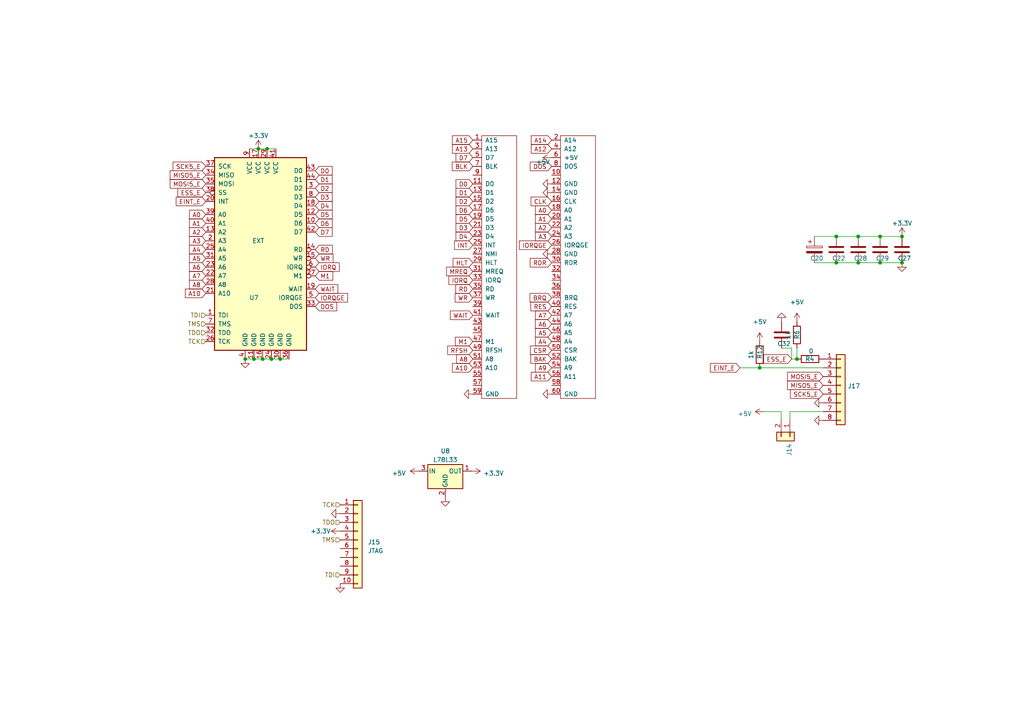
<source format=kicad_sch>
(kicad_sch (version 20230121) (generator eeschema)
  (paper "A4")
  (lib_symbols
    (symbol "Connector_Generic:Conn_01x02" (pin_names (offset 1.016) hide)
      (property "Reference" "J" (at 0 2.54 0))
      (property "Value" "Conn_01x02" (at 0 -5.08 0))
      (symbol "Conn_01x02_1_1"
        (rectangle (start -1.27 -2.413) (end 0 -2.667) (stroke (width 0.1524)))
        (rectangle (start -1.27 0.127) (end 0 -0.127) (stroke (width 0.1524)))
        (rectangle (start -1.27 1.27) (end 1.27 -3.81) (stroke (width 0.254)) (fill (type background)))
        (pin passive line (at -5.08 0 0) (length 3.81) (name "Pin_1") (number "1"))
        (pin passive line (at -5.08 -2.54 0) (length 3.81) (name "Pin_2") (number "2"))
      )
    )
    (symbol "Connector_Generic:Conn_01x08" (pin_names (offset 1.016) hide)
      (property "Reference" "J" (at 0 10.16 0))
      (property "Value" "Conn_01x08" (at 0 -12.7 0))
      (symbol "Conn_01x08_1_1"
        (rectangle (start -1.27 -10.033) (end 0 -10.287) (stroke (width 0.1524)))
        (rectangle (start -1.27 -7.493) (end 0 -7.747) (stroke (width 0.1524)))
        (rectangle (start -1.27 -4.953) (end 0 -5.207) (stroke (width 0.1524)))
        (rectangle (start -1.27 -2.413) (end 0 -2.667) (stroke (width 0.1524)))
        (rectangle (start -1.27 0.127) (end 0 -0.127) (stroke (width 0.1524)))
        (rectangle (start -1.27 2.667) (end 0 2.413) (stroke (width 0.1524)))
        (rectangle (start -1.27 5.207) (end 0 4.953) (stroke (width 0.1524)))
        (rectangle (start -1.27 7.747) (end 0 7.493) (stroke (width 0.1524)))
        (rectangle (start -1.27 8.89) (end 1.27 -11.43) (stroke (width 0.254)) (fill (type background)))
        (pin passive line (at -5.08 7.62 0) (length 3.81) (name "Pin_1") (number "1"))
        (pin passive line (at -5.08 5.08 0) (length 3.81) (name "Pin_2") (number "2"))
        (pin passive line (at -5.08 2.54 0) (length 3.81) (name "Pin_3") (number "3"))
        (pin passive line (at -5.08 0 0) (length 3.81) (name "Pin_4") (number "4"))
        (pin passive line (at -5.08 -2.54 0) (length 3.81) (name "Pin_5") (number "5"))
        (pin passive line (at -5.08 -5.08 0) (length 3.81) (name "Pin_6") (number "6"))
        (pin passive line (at -5.08 -7.62 0) (length 3.81) (name "Pin_7") (number "7"))
        (pin passive line (at -5.08 -10.16 0) (length 3.81) (name "Pin_8") (number "8"))
      )
    )
    (symbol "Connector_Generic:Conn_01x10" (pin_names (offset 1.016) hide)
      (property "Reference" "J" (at 0 12.7 0))
      (property "Value" "Conn_01x10" (at 0 -15.24 0))
      (symbol "Conn_01x10_1_1"
        (rectangle (start -1.27 -12.573) (end 0 -12.827) (stroke (width 0.1524)))
        (rectangle (start -1.27 -10.033) (end 0 -10.287) (stroke (width 0.1524)))
        (rectangle (start -1.27 -7.493) (end 0 -7.747) (stroke (width 0.1524)))
        (rectangle (start -1.27 -4.953) (end 0 -5.207) (stroke (width 0.1524)))
        (rectangle (start -1.27 -2.413) (end 0 -2.667) (stroke (width 0.1524)))
        (rectangle (start -1.27 0.127) (end 0 -0.127) (stroke (width 0.1524)))
        (rectangle (start -1.27 2.667) (end 0 2.413) (stroke (width 0.1524)))
        (rectangle (start -1.27 5.207) (end 0 4.953) (stroke (width 0.1524)))
        (rectangle (start -1.27 7.747) (end 0 7.493) (stroke (width 0.1524)))
        (rectangle (start -1.27 10.287) (end 0 10.033) (stroke (width 0.1524)))
        (rectangle (start -1.27 11.43) (end 1.27 -13.97) (stroke (width 0.254)) (fill (type background)))
        (pin passive line (at -5.08 10.16 0) (length 3.81) (name "Pin_1") (number "1"))
        (pin passive line (at -5.08 -12.7 0) (length 3.81) (name "Pin_10") (number "10"))
        (pin passive line (at -5.08 7.62 0) (length 3.81) (name "Pin_2") (number "2"))
        (pin passive line (at -5.08 5.08 0) (length 3.81) (name "Pin_3") (number "3"))
        (pin passive line (at -5.08 2.54 0) (length 3.81) (name "Pin_4") (number "4"))
        (pin passive line (at -5.08 0 0) (length 3.81) (name "Pin_5") (number "5"))
        (pin passive line (at -5.08 -2.54 0) (length 3.81) (name "Pin_6") (number "6"))
        (pin passive line (at -5.08 -5.08 0) (length 3.81) (name "Pin_7") (number "7"))
        (pin passive line (at -5.08 -7.62 0) (length 3.81) (name "Pin_8") (number "8"))
        (pin passive line (at -5.08 -10.16 0) (length 3.81) (name "Pin_9") (number "9"))
      )
    )
    (symbol "Device:C" (pin_numbers hide) (pin_names (offset 0.254))
      (property "Reference" "C" (at 0.635 2.54 0))
      (property "Value" "C" (at 0.635 -2.54 0))
      (symbol "C_0_1"
        (polyline (pts (xy -2.032 -0.762) (xy 2.032 -0.762)) (stroke (width 0.508)))
        (polyline (pts (xy -2.032 0.762) (xy 2.032 0.762)) (stroke (width 0.508)))
      )
      (symbol "C_1_1"
        (pin passive line (at 0 3.81 270) (length 2.794) (name "~") (number "1"))
        (pin passive line (at 0 -3.81 90) (length 2.794) (name "~") (number "2"))
      )
    )
    (symbol "Device:C_Polarized" (pin_numbers hide) (pin_names (offset 0.254))
      (property "Reference" "C" (at 0.635 2.54 0))
      (property "Value" "C_Polarized" (at 0.635 -2.54 0))
      (symbol "C_Polarized_0_1"
        (rectangle (start -2.286 0.508) (end 2.286 1.016))
        (polyline (pts (xy -1.778 2.286) (xy -0.762 2.286)))
        (polyline (pts (xy -1.27 2.794) (xy -1.27 1.778)))
        (rectangle (start 2.286 -0.508) (end -2.286 -1.016) (fill (type outline)))
      )
      (symbol "C_Polarized_1_1"
        (pin passive line (at 0 3.81 270) (length 2.794) (name "~") (number "1"))
        (pin passive line (at 0 -3.81 90) (length 2.794) (name "~") (number "2"))
      )
    )
    (symbol "Device:R" (pin_numbers hide) (pin_names (offset 0))
      (property "Reference" "R" (at 2.032 0 90))
      (property "Value" "R" (at 0 0 90))
      (symbol "R_0_1"
        (rectangle (start -1.016 -2.54) (end 1.016 2.54) (stroke (width 0.254)))
      )
      (symbol "R_1_1"
        (pin passive line (at 0 3.81 270) (length 1.27) (name "~") (number "1"))
        (pin passive line (at 0 -3.81 90) (length 1.27) (name "~") (number "2"))
      )
    )
    (symbol "Regulator_Linear:L78L33_SOT89" (pin_names (offset 0.254))
      (property "Reference" "U" (at -3.81 3.175 0))
      (property "Value" "L78L33_SOT89" (at -0.635 3.175 0))
      (symbol "L78L33_SOT89_0_1"
        (rectangle (start -5.08 1.905) (end 5.08 -5.08) (stroke (width 0.254)) (fill (type background)))
      )
      (symbol "L78L33_SOT89_1_1"
        (pin power_out line (at 7.62 0 180) (length 2.54) (name "OUT") (number "1"))
        (pin power_in line (at 0 -7.62 90) (length 2.54) (name "GND") (number "2"))
        (pin power_in line (at -7.62 0 0) (length 2.54) (name "IN") (number "3"))
      )
    )
    (symbol "power:+3.3V" (power) (pin_names (offset 0))
      (property "Value" "+3.3V" (at 0 3.556 0))
      (symbol "+3.3V_0_1"
        (polyline (pts (xy -0.762 1.27) (xy 0 2.54)))
        (polyline (pts (xy 0 0) (xy 0 2.54)))
        (polyline (pts (xy 0 2.54) (xy 0.762 1.27)))
      )
      (symbol "+3.3V_1_1"
        (pin power_in line (at 0 0 90) (length 0) hide (name "+3.3V") (number "1"))
      )
    )
    (symbol "power:+5V" (power) (pin_names (offset 0))
      (property "Value" "+5V" (at 0 3.556 0))
      (symbol "+5V_0_1"
        (polyline (pts (xy -0.762 1.27) (xy 0 2.54)))
        (polyline (pts (xy 0 0) (xy 0 2.54)))
        (polyline (pts (xy 0 2.54) (xy 0.762 1.27)))
      )
      (symbol "+5V_1_1"
        (pin power_in line (at 0 0 90) (length 0) hide (name "+5V") (number "1"))
      )
    )
    (symbol "power:GND" (power) (pin_names (offset 0))
      (property "Value" "GND" (at 0 -3.81 0))
      (symbol "GND_0_1"
        (polyline (pts (xy 0 0) (xy 0 -1.27) (xy 1.27 -1.27) (xy 0 -2.54) (xy -1.27 -1.27) (xy 0 -1.27)))
      )
      (symbol "GND_1_1"
        (pin power_in line (at 0 0 270) (length 0) hide (name "GND") (number "1"))
      )
    )
    (symbol "psk:ExtHub" (pin_names (offset 1.016))
      (property "Reference" "U7" (at -1.27 -17.78 0))
      (property "Value" "ExtHub" (at 0 -1.27 0))
      (symbol "ExtHub_0_1"
        (rectangle (start -12.7 22.86) (end 13.97 -33.02) (stroke (width 0.3048)) (fill (type background)))
      )
      (symbol "ExtHub_1_1"
        (pin input line (at -15.24 -22.86 0) (length 2.54) (name "TDI") (number "1"))
        (pin bidirectional line (at 16.51 3.81 180) (length 2.54) (name "D6") (number "10"))
        (pin power_in line (at -1.27 -35.56 90) (length 2.54) (name "GND") (number "11"))
        (pin bidirectional line (at 16.51 6.35 180) (length 2.54) (name "D5") (number "12"))
        (pin input line (at -15.24 1.27 0) (length 2.54) (name "A2") (number "13"))
        (pin input inverted (at 16.51 -3.81 180) (length 2.54) (name "RD") (number "14"))
        (pin input inverted (at 16.51 -6.35 180) (length 2.54) (name "WR") (number "15"))
        (pin power_in line (at 1.27 -35.56 90) (length 2.54) (name "GND") (number "16"))
        (pin power_in line (at 0 25.4 270) (length 2.54) (name "VCC") (number "17"))
        (pin bidirectional line (at 16.51 8.89 180) (length 2.54) (name "D4") (number "18"))
        (pin output line (at 16.51 -15.24 180) (length 2.54) (name "WAIT") (number "19"))
        (pin input line (at -15.24 -1.27 0) (length 2.54) (name "A3") (number "2"))
        (pin output line (at -15.24 10.16 0) (length 2.54) (name "INT") (number "20"))
        (pin input line (at -15.24 -16.51 0) (length 2.54) (name "A10") (number "21"))
        (pin input line (at -15.24 -11.43 0) (length 2.54) (name "A7") (number "22"))
        (pin input line (at -15.24 -8.89 0) (length 2.54) (name "A6") (number "23"))
        (pin power_in line (at 3.81 -35.56 90) (length 2.54) (name "GND") (number "24"))
        (pin input line (at -15.24 -3.81 0) (length 2.54) (name "A4") (number "25"))
        (pin input line (at -15.24 -30.48 0) (length 2.54) (name "TCK") (number "26"))
        (pin input inverted (at 16.51 -11.43 180) (length 2.54) (name "M1") (number "27"))
        (pin input line (at -15.24 -13.97 0) (length 2.54) (name "A8") (number "28"))
        (pin power_in line (at 2.54 25.4 270) (length 2.54) (name "VCC") (number "29"))
        (pin bidirectional line (at 16.51 13.97 180) (length 2.54) (name "D2") (number "3"))
        (pin power_in line (at 6.35 -35.56 90) (length 2.54) (name "GND") (number "30"))
        (pin input line (at -15.24 -6.35 0) (length 2.54) (name "A5") (number "31"))
        (pin input line (at -15.24 -27.94 0) (length 2.54) (name "TDO") (number "32"))
        (pin input line (at 16.51 -20.32 180) (length 2.54) (name "DOS") (number "33"))
        (pin output line (at -15.24 17.78 0) (length 2.54) (name "MISO") (number "34"))
        (pin input line (at -15.24 15.24 0) (length 2.54) (name "MOSI") (number "35"))
        (pin power_in line (at 8.89 -35.56 90) (length 2.54) (name "GND") (number "36"))
        (pin input line (at -15.24 20.32 0) (length 2.54) (name "SCK") (number "37"))
        (pin input inverted (at -15.24 12.7 0) (length 2.54) (name "SS") (number "38"))
        (pin input line (at -15.24 6.35 0) (length 2.54) (name "A0") (number "39"))
        (pin power_in line (at -3.81 -35.56 90) (length 2.54) (name "GND") (number "4"))
        (pin input line (at -15.24 3.81 0) (length 2.54) (name "A1") (number "40"))
        (pin power_in line (at 5.08 25.4 270) (length 2.54) (name "VCC") (number "41"))
        (pin bidirectional line (at 16.51 1.27 180) (length 2.54) (name "D7") (number "42"))
        (pin bidirectional line (at 16.51 19.05 180) (length 2.54) (name "D0") (number "43"))
        (pin bidirectional line (at 16.51 16.51 180) (length 2.54) (name "D1") (number "44"))
        (pin output line (at 16.51 -17.78 180) (length 2.54) (name "IORQGE") (number "5"))
        (pin input inverted (at 16.51 -8.89 180) (length 2.54) (name "IORQ") (number "6"))
        (pin input line (at -15.24 -25.4 0) (length 2.54) (name "TMS") (number "7"))
        (pin bidirectional line (at 16.51 11.43 180) (length 2.54) (name "D3") (number "8"))
        (pin power_in line (at -2.54 25.4 270) (length 2.54) (name "VCC") (number "9"))
      )
    )
    (symbol "psk:ScorpionBusConnector" (pin_names (offset 1.016))
      (property "Reference" "X" (at 0 -2.54 0))
      (property "Value" "ScorpionBusConnector" (at 5.08 -40.64 0))
      (symbol "ScorpionBusConnector_0_1"
        (rectangle (start -10.16 44.45) (end 0 -31.75))
        (rectangle (start 12.7 44.45) (end 22.86 -31.75))
      )
      (symbol "ScorpionBusConnector_1_1"
        (pin input line (at -12.7 43.18 0) (length 2.54) (name "A15") (number "1"))
        (pin input line (at 10.16 33.02 0) (length 2.54) (name "~") (number "10"))
        (pin input line (at -12.7 30.48 0) (length 2.54) (name "D0") (number "11"))
        (pin input line (at 10.16 30.48 0) (length 2.54) (name "GND") (number "12"))
        (pin input line (at -12.7 27.94 0) (length 2.54) (name "D1") (number "13"))
        (pin input line (at 10.16 27.94 0) (length 2.54) (name "GND") (number "14"))
        (pin input line (at -12.7 25.4 0) (length 2.54) (name "D2") (number "15"))
        (pin input line (at 10.16 25.4 0) (length 2.54) (name "CLK") (number "16"))
        (pin input line (at -12.7 22.86 0) (length 2.54) (name "D6") (number "17"))
        (pin input line (at 10.16 22.86 0) (length 2.54) (name "A0") (number "18"))
        (pin input line (at -12.7 20.32 0) (length 2.54) (name "D5") (number "19"))
        (pin input line (at 10.16 43.18 0) (length 2.54) (name "A14") (number "2"))
        (pin input line (at 10.16 20.32 0) (length 2.54) (name "A1") (number "20"))
        (pin input line (at -12.7 17.78 0) (length 2.54) (name "D3") (number "21"))
        (pin input line (at 10.16 17.78 0) (length 2.54) (name "A2") (number "22"))
        (pin input line (at -12.7 15.24 0) (length 2.54) (name "D4") (number "23"))
        (pin input line (at 10.16 15.24 0) (length 2.54) (name "A3") (number "24"))
        (pin input line (at -12.7 12.7 0) (length 2.54) (name "INT") (number "25"))
        (pin input line (at 10.16 12.7 0) (length 2.54) (name "IORQGE") (number "26"))
        (pin input line (at -12.7 10.16 0) (length 2.54) (name "NMI") (number "27"))
        (pin input line (at 10.16 10.16 0) (length 2.54) (name "GND") (number "28"))
        (pin input line (at -12.7 7.62 0) (length 2.54) (name "HLT") (number "29"))
        (pin input line (at -12.7 40.64 0) (length 2.54) (name "A13") (number "3"))
        (pin input line (at 10.16 7.62 0) (length 2.54) (name "RDR") (number "30"))
        (pin input line (at -12.7 5.08 0) (length 2.54) (name "MREQ") (number "31"))
        (pin input line (at 10.16 5.08 0) (length 2.54) (name "~") (number "32"))
        (pin input line (at -12.7 2.54 0) (length 2.54) (name "IORQ") (number "33"))
        (pin input line (at 10.16 2.54 0) (length 2.54) (name "~") (number "34"))
        (pin input line (at -12.7 0 0) (length 2.54) (name "RD") (number "35"))
        (pin input line (at 10.16 0 0) (length 2.54) (name "~") (number "36"))
        (pin input line (at -12.7 -2.54 0) (length 2.54) (name "WR") (number "37"))
        (pin input line (at 10.16 -2.54 0) (length 2.54) (name "BRQ") (number "38"))
        (pin input line (at -12.7 -5.08 0) (length 2.54) (name "~") (number "39"))
        (pin input line (at 10.16 40.64 0) (length 2.54) (name "A12") (number "4"))
        (pin input line (at 10.16 -5.08 0) (length 2.54) (name "RES") (number "40"))
        (pin input line (at -12.7 -7.62 0) (length 2.54) (name "WAIT") (number "41"))
        (pin input line (at 10.16 -7.62 0) (length 2.54) (name "A7") (number "42"))
        (pin input line (at -12.7 -10.16 0) (length 2.54) (name "~") (number "43"))
        (pin input line (at 10.16 -10.16 0) (length 2.54) (name "A6") (number "44"))
        (pin input line (at -12.7 -12.7 0) (length 2.54) (name "~") (number "45"))
        (pin input line (at 10.16 -12.7 0) (length 2.54) (name "A5") (number "46"))
        (pin input line (at -12.7 -15.24 0) (length 2.54) (name "M1") (number "47"))
        (pin input line (at 10.16 -15.24 0) (length 2.54) (name "A4") (number "48"))
        (pin input line (at -12.7 -17.78 0) (length 2.54) (name "RFSH") (number "49"))
        (pin input line (at -12.7 38.1 0) (length 2.54) (name "D7") (number "5"))
        (pin input line (at 10.16 -17.78 0) (length 2.54) (name "CSR") (number "50"))
        (pin input line (at -12.7 -20.32 0) (length 2.54) (name "A8") (number "51"))
        (pin input line (at 10.16 -20.32 0) (length 2.54) (name "BAK") (number "52"))
        (pin input line (at -12.7 -22.86 0) (length 2.54) (name "A10") (number "53"))
        (pin input line (at 10.16 -22.86 0) (length 2.54) (name "A9") (number "54"))
        (pin input line (at -12.7 -25.4 0) (length 2.54) (name "~") (number "55"))
        (pin input line (at 10.16 -25.4 0) (length 2.54) (name "A11") (number "56"))
        (pin input line (at -12.7 -27.94 0) (length 2.54) (name "~") (number "57"))
        (pin input line (at 10.16 -27.94 0) (length 2.54) (name "~") (number "58"))
        (pin input line (at -12.7 -30.48 0) (length 2.54) (name "GND") (number "59"))
        (pin input line (at 10.16 38.1 0) (length 2.54) (name "+5V") (number "6"))
        (pin input line (at 10.16 -30.48 0) (length 2.54) (name "GND") (number "60"))
        (pin input line (at -12.7 35.56 0) (length 2.54) (name "BLK") (number "7"))
        (pin input line (at 10.16 35.56 0) (length 2.54) (name "DOS") (number "8"))
        (pin input line (at -12.7 33.02 0) (length 2.54) (name "~") (number "9"))
      )
    )
  )
  (junction (at 261.62 68.58))
  (junction (at 74.93 43.18))
  (junction (at 255.27 76.2))
  (junction (at 248.92 68.58))
  (junction (at 255.27 68.58))
  (junction (at 71.12 104.14))
  (junction (at 81.28 104.14))
  (junction (at 231.14 104.14))
  (junction (at 220.345 106.68))
  (junction (at 73.66 104.14))
  (junction (at 242.57 76.2))
  (junction (at 76.2 104.14))
  (junction (at 242.57 68.58))
  (junction (at 248.92 76.2))
  (junction (at 261.62 76.2))
  (junction (at 78.74 104.14))
  (junction (at 77.47 43.18))
  (wire (pts (xy 229.616 100.965) (xy 229.616 104.14)))
  (wire (pts (xy 242.57 68.58) (xy 248.92 68.58)))
  (wire (pts (xy 236.22 68.58) (xy 242.57 68.58)))
  (wire (pts (xy 248.92 68.58) (xy 255.27 68.58)))
  (wire (pts (xy 220.345 106.68) (xy 238.76 106.68)))
  (wire (pts (xy 255.27 76.2) (xy 261.62 76.2)))
  (wire (pts (xy 71.12 104.14) (xy 73.66 104.14)))
  (wire (pts (xy 242.57 76.2) (xy 248.92 76.2)))
  (wire (pts (xy 73.66 104.14) (xy 76.2 104.14)))
  (wire (pts (xy 74.93 43.18) (xy 72.39 43.18)))
  (wire (pts (xy 226.568 119.38) (xy 226.568 121.539)))
  (wire (pts (xy 80.01 43.18) (xy 77.47 43.18)))
  (wire (pts (xy 214.63 106.68) (xy 220.345 106.68)))
  (wire (pts (xy 78.74 104.14) (xy 81.28 104.14)))
  (wire (pts (xy 231.14 100.965) (xy 231.14 104.14)))
  (wire (pts (xy 221.615 119.38) (xy 226.568 119.38)))
  (wire (pts (xy 77.47 43.18) (xy 74.93 43.18)))
  (wire (pts (xy 76.2 104.14) (xy 78.74 104.14)))
  (wire (pts (xy 81.28 104.14) (xy 83.82 104.14)))
  (wire (pts (xy 229.108 119.38) (xy 229.108 121.539)))
  (wire (pts (xy 229.108 119.38) (xy 238.76 119.38)))
  (wire (pts (xy 229.616 100.965) (xy 226.695 100.965)))
  (wire (pts (xy 236.22 76.2) (xy 242.57 76.2)))
  (wire (pts (xy 255.27 68.58) (xy 261.62 68.58)))
  (wire (pts (xy 229.616 104.14) (xy 231.14 104.14)))
  (wire (pts (xy 248.92 76.2) (xy 255.27 76.2)))
  (global_label "WR" (shape input) (at 91.44 74.93 0) (property "Intersheetrefs" "${INTERSHEET_REFS}" (effects hide)))
  (global_label "EINT_E" (shape input) (at 214.63 106.68 180) (property "Intersheetrefs" "${INTERSHEET_REFS}" (effects hide)))
  (global_label "A6" (shape input) (at 59.69 77.47 180) (property "Intersheetrefs" "${INTERSHEET_REFS}" (effects hide)))
  (global_label "A3" (shape input) (at 59.69 69.85 180) (property "Intersheetrefs" "${INTERSHEET_REFS}" (effects hide)))
  (global_label "HLT" (shape input) (at 137.16 76.2 180) (property "Intersheetrefs" "${INTERSHEET_REFS}" (effects hide)))
  (global_label "D7" (shape input) (at 91.44 67.31 0) (property "Intersheetrefs" "${INTERSHEET_REFS}" (effects hide)))
  (global_label "WAIT" (shape input) (at 91.44 83.82 0) (property "Intersheetrefs" "${INTERSHEET_REFS}" (effects hide)))
  (global_label "A1" (shape input) (at 160.02 63.5 180) (property "Intersheetrefs" "${INTERSHEET_REFS}" (effects hide)))
  (global_label "WR" (shape input) (at 137.16 86.36 180) (property "Intersheetrefs" "${INTERSHEET_REFS}" (effects hide)))
  (global_label "A3" (shape input) (at 160.02 68.58 180) (property "Intersheetrefs" "${INTERSHEET_REFS}" (effects hide)))
  (global_label "A7" (shape input) (at 160.02 91.44 180) (property "Intersheetrefs" "${INTERSHEET_REFS}" (effects hide)))
  (global_label "A4" (shape input) (at 160.02 99.06 180) (property "Intersheetrefs" "${INTERSHEET_REFS}" (effects hide)))
  (global_label "RES" (shape input) (at 160.02 88.9 180) (property "Intersheetrefs" "${INTERSHEET_REFS}" (effects hide)))
  (global_label "M1" (shape input) (at 91.44 80.01 0) (property "Intersheetrefs" "${INTERSHEET_REFS}" (effects hide)))
  (global_label "BLK" (shape input) (at 137.16 48.26 180) (property "Intersheetrefs" "${INTERSHEET_REFS}" (effects hide)))
  (global_label "MREQ" (shape input) (at 137.16 78.74 180) (property "Intersheetrefs" "${INTERSHEET_REFS}" (effects hide)))
  (global_label "MISO5_E" (shape input) (at 59.69 50.8 180) (property "Intersheetrefs" "${INTERSHEET_REFS}" (effects hide)))
  (global_label "A11" (shape input) (at 160.02 109.22 180) (property "Intersheetrefs" "${INTERSHEET_REFS}" (effects hide)))
  (global_label "MISO5_E" (shape input) (at 238.76 111.76 180) (property "Intersheetrefs" "${INTERSHEET_REFS}" (effects hide)))
  (global_label "MOSI5_E" (shape input) (at 238.76 109.22 180) (property "Intersheetrefs" "${INTERSHEET_REFS}" (effects hide)))
  (global_label "M1" (shape input) (at 137.16 99.06 180) (property "Intersheetrefs" "${INTERSHEET_REFS}" (effects hide)))
  (global_label "RD" (shape input) (at 91.44 72.39 0) (property "Intersheetrefs" "${INTERSHEET_REFS}" (effects hide)))
  (global_label "A12" (shape input) (at 160.02 43.18 180) (property "Intersheetrefs" "${INTERSHEET_REFS}" (effects hide)))
  (global_label "D1" (shape input) (at 91.44 52.07 0) (property "Intersheetrefs" "${INTERSHEET_REFS}" (effects hide)))
  (global_label "IORQGE" (shape input) (at 160.02 71.12 180) (property "Intersheetrefs" "${INTERSHEET_REFS}" (effects hide)))
  (global_label "D4" (shape input) (at 91.44 59.69 0) (property "Intersheetrefs" "${INTERSHEET_REFS}" (effects hide)))
  (global_label "D5" (shape input) (at 91.44 62.23 0) (property "Intersheetrefs" "${INTERSHEET_REFS}" (effects hide)))
  (global_label "BAK" (shape input) (at 160.02 104.14 180) (property "Intersheetrefs" "${INTERSHEET_REFS}" (effects hide)))
  (global_label "D3" (shape input) (at 91.44 57.15 0) (property "Intersheetrefs" "${INTERSHEET_REFS}" (effects hide)))
  (global_label "IORQGE" (shape input) (at 91.44 86.36 0) (property "Intersheetrefs" "${INTERSHEET_REFS}" (effects hide)))
  (global_label "A4" (shape input) (at 59.69 72.39 180) (property "Intersheetrefs" "${INTERSHEET_REFS}" (effects hide)))
  (global_label "A8" (shape input) (at 59.69 82.55 180) (property "Intersheetrefs" "${INTERSHEET_REFS}" (effects hide)))
  (global_label "CSR" (shape input) (at 160.02 101.6 180) (property "Intersheetrefs" "${INTERSHEET_REFS}" (effects hide)))
  (global_label "A14" (shape input) (at 160.02 40.64 180) (property "Intersheetrefs" "${INTERSHEET_REFS}" (effects hide)))
  (global_label "A7" (shape input) (at 59.69 80.01 180) (property "Intersheetrefs" "${INTERSHEET_REFS}" (effects hide)))
  (global_label "A6" (shape input) (at 160.02 93.98 180) (property "Intersheetrefs" "${INTERSHEET_REFS}" (effects hide)))
  (global_label "D0" (shape input) (at 137.16 53.34 180) (property "Intersheetrefs" "${INTERSHEET_REFS}" (effects hide)))
  (global_label "D3" (shape input) (at 137.16 66.04 180) (property "Intersheetrefs" "${INTERSHEET_REFS}" (effects hide)))
  (global_label "A15" (shape input) (at 137.16 40.64 180) (property "Intersheetrefs" "${INTERSHEET_REFS}" (effects hide)))
  (global_label "A10" (shape input) (at 137.16 106.68 180) (property "Intersheetrefs" "${INTERSHEET_REFS}" (effects hide)))
  (global_label "D4" (shape input) (at 137.16 68.58 180) (property "Intersheetrefs" "${INTERSHEET_REFS}" (effects hide)))
  (global_label "ESS_E" (shape input) (at 229.616 104.14 180) (property "Intersheetrefs" "${INTERSHEET_REFS}" (effects hide)))
  (global_label "WAIT" (shape input) (at 137.16 91.44 180) (property "Intersheetrefs" "${INTERSHEET_REFS}" (effects hide)))
  (global_label "A5" (shape input) (at 160.02 96.52 180) (property "Intersheetrefs" "${INTERSHEET_REFS}" (effects hide)))
  (global_label "A1" (shape input) (at 59.69 64.77 180) (property "Intersheetrefs" "${INTERSHEET_REFS}" (effects hide)))
  (global_label "SCK5_E" (shape input) (at 238.76 114.3 180) (property "Intersheetrefs" "${INTERSHEET_REFS}" (effects hide)))
  (global_label "D2" (shape input) (at 91.44 54.61 0) (property "Intersheetrefs" "${INTERSHEET_REFS}" (effects hide)))
  (global_label "INT" (shape input) (at 137.16 71.12 180) (property "Intersheetrefs" "${INTERSHEET_REFS}" (effects hide)))
  (global_label "RFSH" (shape input) (at 137.16 101.6 180) (property "Intersheetrefs" "${INTERSHEET_REFS}" (effects hide)))
  (global_label "ESS_E" (shape input) (at 59.69 55.88 180) (property "Intersheetrefs" "${INTERSHEET_REFS}" (effects hide)))
  (global_label "RDR" (shape input) (at 160.02 76.2 180) (property "Intersheetrefs" "${INTERSHEET_REFS}" (effects hide)))
  (global_label "D6" (shape input) (at 91.44 64.77 0) (property "Intersheetrefs" "${INTERSHEET_REFS}" (effects hide)))
  (global_label "D2" (shape input) (at 137.16 58.42 180) (property "Intersheetrefs" "${INTERSHEET_REFS}" (effects hide)))
  (global_label "A2" (shape input) (at 59.69 67.31 180) (property "Intersheetrefs" "${INTERSHEET_REFS}" (effects hide)))
  (global_label "D7" (shape input) (at 137.16 45.72 180) (property "Intersheetrefs" "${INTERSHEET_REFS}" (effects hide)))
  (global_label "D1" (shape input) (at 137.16 55.88 180) (property "Intersheetrefs" "${INTERSHEET_REFS}" (effects hide)))
  (global_label "DOS" (shape input) (at 91.44 88.9 0) (property "Intersheetrefs" "${INTERSHEET_REFS}" (effects hide)))
  (global_label "D5" (shape input) (at 137.16 63.5 180) (property "Intersheetrefs" "${INTERSHEET_REFS}" (effects hide)))
  (global_label "A0" (shape input) (at 59.69 62.23 180) (property "Intersheetrefs" "${INTERSHEET_REFS}" (effects hide)))
  (global_label "EINT_E" (shape input) (at 59.69 58.42 180) (property "Intersheetrefs" "${INTERSHEET_REFS}" (effects hide)))
  (global_label "A10" (shape input) (at 59.69 85.09 180) (property "Intersheetrefs" "${INTERSHEET_REFS}" (effects hide)))
  (global_label "IORQ" (shape input) (at 91.44 77.47 0) (property "Intersheetrefs" "${INTERSHEET_REFS}" (effects hide)))
  (global_label "A5" (shape input) (at 59.69 74.93 180) (property "Intersheetrefs" "${INTERSHEET_REFS}" (effects hide)))
  (global_label "A0" (shape input) (at 160.02 60.96 180) (property "Intersheetrefs" "${INTERSHEET_REFS}" (effects hide)))
  (global_label "A9" (shape input) (at 160.02 106.68 180) (property "Intersheetrefs" "${INTERSHEET_REFS}" (effects hide)))
  (global_label "A2" (shape input) (at 160.02 66.04 180) (property "Intersheetrefs" "${INTERSHEET_REFS}" (effects hide)))
  (global_label "BRQ" (shape input) (at 160.02 86.36 180) (property "Intersheetrefs" "${INTERSHEET_REFS}" (effects hide)))
  (global_label "RD" (shape input) (at 137.16 83.82 180) (property "Intersheetrefs" "${INTERSHEET_REFS}" (effects hide)))
  (global_label "D6" (shape input) (at 137.16 60.96 180) (property "Intersheetrefs" "${INTERSHEET_REFS}" (effects hide)))
  (global_label "D0" (shape input) (at 91.44 49.53 0) (property "Intersheetrefs" "${INTERSHEET_REFS}" (effects hide)))
  (global_label "CLK" (shape input) (at 160.02 58.42 180) (property "Intersheetrefs" "${INTERSHEET_REFS}" (effects hide)))
  (global_label "SCK5_E" (shape input) (at 59.69 48.26 180) (property "Intersheetrefs" "${INTERSHEET_REFS}" (effects hide)))
  (global_label "MOSI5_E" (shape input) (at 59.69 53.34 180) (property "Intersheetrefs" "${INTERSHEET_REFS}" (effects hide)))
  (global_label "DOS" (shape input) (at 160.02 48.26 180) (property "Intersheetrefs" "${INTERSHEET_REFS}" (effects hide)))
  (global_label "IORQ" (shape input) (at 137.16 81.28 180) (property "Intersheetrefs" "${INTERSHEET_REFS}" (effects hide)))
  (global_label "A8" (shape input) (at 137.16 104.14 180) (property "Intersheetrefs" "${INTERSHEET_REFS}" (effects hide)))
  (global_label "A13" (shape input) (at 137.16 43.18 180) (property "Intersheetrefs" "${INTERSHEET_REFS}" (effects hide)))
  (hierarchical_label "TMS" (shape input) (at 59.69 93.98 180))
  (hierarchical_label "TDI" (shape input) (at 98.679 166.751 180))
  (hierarchical_label "TCK" (shape input) (at 59.69 99.06 180))
  (hierarchical_label "TDO" (shape input) (at 98.679 151.511 180))
  (hierarchical_label "TDO" (shape input) (at 59.69 96.52 180))
  (hierarchical_label "TDI" (shape input) (at 59.69 91.44 180))
  (hierarchical_label "TCK" (shape input) (at 98.679 146.431 180))
  (hierarchical_label "TMS" (shape input) (at 98.679 156.591 180))
  (symbol (lib_id "power:GND") (at 160.02 73.66 270) (unit 1)
    (property "Reference" "#PWR0153" (effects hide))
    (property "Value" "GND" (effects hide))
  )
  (symbol (lib_id "psk:ScorpionBusConnector") (at 149.86 83.82 0) (unit 1)
    (property "Reference" "X2" (effects hide))
    (property "Value" "ScorpionBusConnector" (effects hide))
    (property "Footprint" "card:PADS_2.5_32" (effects hide))
  )
  (symbol (lib_id "power:+3.3V") (at 98.679 154.051 90) (unit 1)
    (property "Reference" "#PWR0149" (effects hide))
    (property "Value" "+3.3V" (at 92.964 154.051 90))
    (instances (project "card" (path "" (reference "#PWR0149") (unit 1)) (path "" (reference "#PWR030") (unit 1))))
  )
  (symbol (lib_id "power:GND") (at 98.679 169.291 0) (unit 1)
    (property "Reference" "#PWR0137" (effects hide))
    (property "Value" "GND" (effects hide))
    (instances (project "card" (path "" (reference "#PWR0137") (unit 1)) (path "" (reference "#PWR031") (unit 1))))
  )
  (symbol (lib_id "power:GND") (at 226.695 93.345 180) (unit 1)
    (property "Reference" "#PWR07" (effects hide))
    (property "Value" "GND" (effects hide))
  )
  (symbol (lib_id "power:GND") (at 238.76 121.92 270) (unit 1)
    (property "Reference" "#PWR015" (effects hide))
    (property "Value" "GND" (effects hide))
  )
  (symbol (lib_id "power:+5V") (at 121.539 136.652 90) (unit 1)
    (property "Reference" "#PWR025" (effects hide))
    (property "Value" "+5V" (at 117.729 137.287 90) (effects (justify left)))
  )
  (symbol (lib_id "Connector_Generic:Conn_01x10") (at 103.759 156.591 0) (unit 1)
    (property "Reference" "J15" (at 106.68 157.226 0) (effects (justify left)))
    (property "Value" "JTAG" (at 106.68 159.766 0) (effects (justify left)))
    (property "Footprint" "Connector_PinHeader_2.54mm:PinHeader_2x05_P2.54mm_Vertical" (effects hide))
    (instances (project "card" (path "" (reference "J15") (unit 1)) (path "" (reference "J12") (unit 1))))
  )
  (symbol (lib_id "power:+5V") (at 160.02 45.72 90) (unit 1)
    (property "Reference" "#PWR0158" (effects hide))
    (property "Value" "+5V" (at 157.48 46.99 90))
  )
  (symbol (lib_id "Device:C") (at 255.27 72.39 0) (unit 1)
    (property "Reference" "C29" (at 254 74.93 0) (effects (justify left)))
    (property "Value" "C" (effects hide))
    (property "Footprint" "Capacitor_SMD:C_0805_2012Metric" (effects hide))
  )
  (symbol (lib_id "power:GND") (at 160.02 114.3 270) (unit 1)
    (property "Reference" "#PWR0152" (effects hide))
    (property "Value" "GND" (effects hide))
  )
  (symbol (lib_id "power:GND") (at 160.02 55.88 270) (unit 1)
    (property "Reference" "#PWR0155" (effects hide))
    (property "Value" "GND" (effects hide))
  )
  (symbol (lib_id "power:+3.3V") (at 74.93 43.18 0) (unit 1)
    (property "Reference" "#PWR022" (effects hide))
    (property "Value" "+3.3V" (at 74.93 39.37 0))
  )
  (symbol (lib_id "power:GND") (at 160.02 53.34 270) (unit 1)
    (property "Reference" "#PWR0154" (effects hide))
    (property "Value" "GND" (effects hide))
  )
  (symbol (lib_id "power:+3.3V") (at 136.779 136.652 270) (unit 1)
    (property "Reference" "#PWR027" (effects hide))
    (property "Value" "+3.3V" (at 140.208 137.287 90) (effects (justify left)))
  )
  (symbol (lib_id "power:GND") (at 261.62 76.2 0) (unit 1)
    (property "Reference" "#PWR0136" (effects hide))
    (property "Value" "GND" (effects hide))
  )
  (symbol (lib_id "Device:R") (at 234.95 104.14 90) (unit 1)
    (property "Reference" "R4" (at 236.22 104.14 90) (effects (justify left)))
    (property "Value" "0" (at 235.966 101.854 90) (effects (justify left)))
    (property "Footprint" "Resistor_SMD:R_0805_2012Metric" (effects hide))
  )
  (symbol (lib_id "Device:C") (at 226.695 97.155 0) (unit 1)
    (property "Reference" "C32" (at 225.425 99.695 0) (effects (justify left)))
    (property "Value" "C" (effects hide))
    (property "Footprint" "Capacitor_SMD:C_0805_2012Metric" (effects hide))
  )
  (symbol (lib_id "Device:R") (at 231.14 97.155 0) (unit 1)
    (property "Reference" "R6" (at 231.14 98.425 90) (effects (justify left)))
    (property "Value" "1k" (at 228.6 98.425 90) (effects (justify left)))
    (property "Footprint" "Resistor_SMD:R_0805_2012Metric" (effects hide))
  )
  (symbol (lib_id "power:+5V") (at 231.14 93.345 0) (unit 1)
    (property "Reference" "#PWR028" (effects hide))
    (property "Value" "+5V" (at 231.14 87.63 0))
  )
  (symbol (lib_id "Connector_Generic:Conn_01x02") (at 229.108 126.619 270) (unit 1)
    (property "Reference" "J14" (at 228.9048 128.651 0) (effects (justify left)))
    (property "Value" "+5В" (effects hide))
    (property "Footprint" "Connector_PinHeader_2.54mm:PinHeader_1x02_P2.54mm_Vertical" (effects hide))
    (instances (project "card" (path "" (reference "J14") (unit 1)) (path "" (reference "J19") (unit 1))))
  )
  (symbol (lib_id "power:GND") (at 129.159 144.272 0) (unit 1)
    (property "Reference" "#PWR026" (effects hide))
    (property "Value" "GND" (effects hide))
  )
  (symbol (lib_id "Device:C") (at 242.57 72.39 0) (unit 1)
    (property "Reference" "C22" (at 241.3 74.93 0) (effects (justify left)))
    (property "Value" "C" (effects hide))
    (property "Footprint" "Capacitor_SMD:C_0805_2012Metric" (effects hide))
  )
  (symbol (lib_id "Device:C_Polarized") (at 236.22 72.39 0) (unit 1)
    (property "Reference" "C20" (at 234.95 74.93 0) (effects (justify left)))
    (property "Value" "CP" (effects hide))
    (property "Footprint" "Capacitor_THT:C_Radial_D6.3mm_H11.0mm_P2.50mm" (effects hide))
  )
  (symbol (lib_id "power:+5V") (at 221.615 119.38 90) (unit 1)
    (property "Reference" "#PWR024" (effects hide))
    (property "Value" "+5V" (at 218.059 120.015 90) (effects (justify left)))
  )
  (symbol (lib_id "power:+5V") (at 220.345 99.06 0) (unit 1)
    (property "Reference" "#PWR0130" (effects hide))
    (property "Value" "+5V" (at 220.345 93.345 0))
  )
  (symbol (lib_id "power:GND") (at 137.16 114.3 270) (unit 1)
    (property "Reference" "#PWR0151" (effects hide))
    (property "Value" "GND" (effects hide))
  )
  (symbol (lib_id "power:GND") (at 238.76 116.84 270) (unit 1)
    (property "Reference" "#PWR013" (effects hide))
    (property "Value" "GND" (effects hide))
  )
  (symbol (lib_id "power:GND") (at 71.12 104.14 0) (unit 1)
    (property "Reference" "#PWR0157" (effects hide))
    (property "Value" "GND" (effects hide))
  )
  (symbol (lib_id "power:+3.3V") (at 261.62 68.58 0) (unit 1)
    (property "Reference" "#PWR021" (effects hide))
    (property "Value" "+3.3V" (at 261.62 64.77 0))
  )
  (symbol (lib_id "power:GND") (at 98.679 148.971 270) (unit 1)
    (property "Reference" "#PWR018" (effects hide))
    (property "Value" "GND" (effects hide))
    (instances (project "card" (path "" (reference "#PWR018") (unit 1)) (path "" (reference "#PWR029") (unit 1))))
  )
  (symbol (lib_id "Regulator_Linear:L78L33_SOT89") (at 129.159 136.652 0) (unit 1)
    (property "Reference" "U8" (at 129.159 130.81 0))
    (property "Value" "L78L33" (at 129.159 133.35 0))
    (property "Footprint" "Package_TO_SOT_SMD:SOT-89-3" (effects hide))
    (property "Datasheet" "http://www.st.com/content/ccc/resource/technical/document/datasheet/15/55/e5/aa/23/5b/43/fd/CD00000446.pdf/files/CD00000446.pdf/jcr:content/translations/en.CD00000446.pdf" (effects hide))
  )
  (symbol (lib_id "Device:C") (at 261.62 72.39 0) (unit 1)
    (property "Reference" "C27" (at 260.35 74.93 0) (effects (justify left)))
    (property "Value" "C" (effects hide))
    (property "Footprint" "Capacitor_SMD:C_0805_2012Metric" (effects hide))
  )
  (symbol (lib_id "Device:C") (at 248.92 72.39 0) (unit 1)
    (property "Reference" "C28" (at 247.65 74.93 0) (effects (justify left)))
    (property "Value" "C" (effects hide))
    (property "Footprint" "Capacitor_SMD:C_0805_2012Metric" (effects hide))
  )
  (symbol (lib_id "psk:ExtHub") (at 74.93 68.58 0) (unit 1)
    (property "Reference" "U7" (at 73.66 86.36 0))
    (property "Value" "EXT" (at 74.93 69.85 0))
    (property "Footprint" "Package_QFP:TQFP-44_10x10mm_P0.8mm" (effects hide))
  )
  (symbol (lib_id "Device:R") (at 220.345 102.87 0) (unit 1)
    (property "Reference" "R12" (at 220.345 104.14 90) (effects (justify left)))
    (property "Value" "1k" (at 217.805 104.14 90) (effects (justify left)))
    (property "Footprint" "Resistor_SMD:R_0805_2012Metric" (effects hide))
  )
  (symbol (lib_id "Connector_Generic:Conn_01x08") (at 243.84 111.76 0) (unit 1)
    (property "Reference" "J17" (at 245.872 111.9632 0) (effects (justify left)))
    (property "Value" "EXT" (effects hide))
    (property "Footprint" "Connector_IDC:IDC-Header_2x04_P2.54mm_Horizontal" (effects hide))
  )
)
</source>
